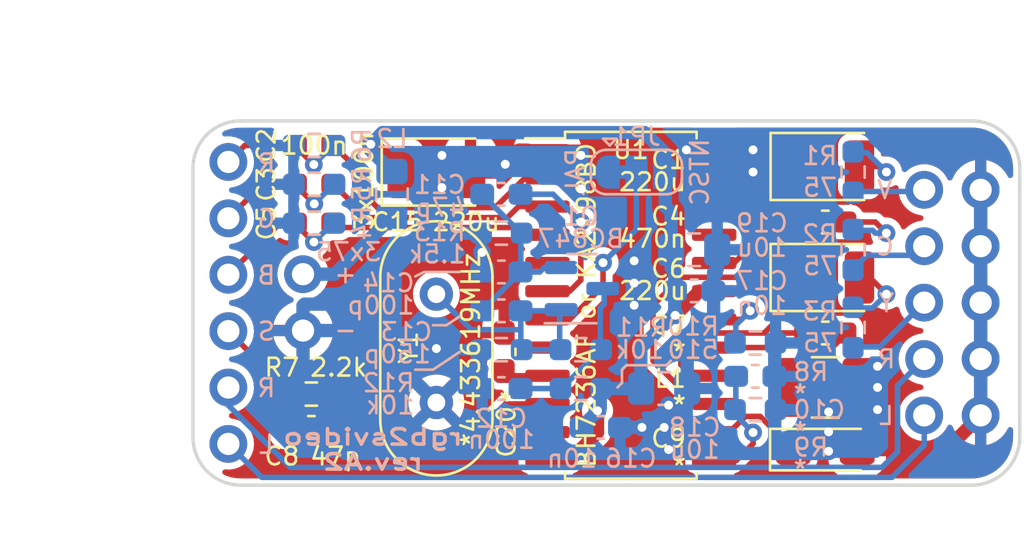
<source format=kicad_pcb>
(kicad_pcb (version 20211014) (generator pcbnew)
  (title_block (title "RGB to SVideo converter") (date "2022-12-04") (rev "A2"))
  (layers (0 "F.Cu" signal) (31 "B.Cu" signal) (34 "B.Paste" user) (35 "F.Paste" user) (36 "B.SilkS" user "B.Silkscreen") (37 "F.SilkS" user "F.Silkscreen") (38 "B.Mask" user) (39 "F.Mask" user) (44 "Edge.Cuts" user))
  (net 0 "")
  (net 1 "R_IN")
  (net 2 "G_IN")
  (net 3 "B_IN")
  (net 4 "CSYNC_IN")
  (net 5 "Y_OUT")
  (net 6 "Net-(C5-Pad1)")
  (net 7 "GND")
  (net 8 "Audio_L")
  (net 9 "Audio_R")
  (net 10 "+5V")
  (net 11 "Net-(C1-Pad2)")
  (net 12 "Net-(C1-Pad1)")
  (net 13 "Net-(C2-Pad1)")
  (net 14 "Net-(C3-Pad1)")
  (net 15 "Net-(C4-Pad1)")
  (net 16 "Net-(C9-Pad1)")
  (net 17 "Net-(C10-Pad1)")
  (net 18 "Net-(C11-Pad1)")
  (net 19 "C_OUT")
  (net 20 "V_OUT")
  (net 21 "Net-(JP1-Pad2)")
  (net 22 "Net-(C4-Pad2)")
  (net 23 "Net-(C6-Pad1)")
  (net 24 "Net-(C7-Pad1)")
  (net 25 "Net-(C8-Pad1)")
  (net 26 "Net-(C6-Pad2)")
  (net 27 "Net-(C7-Pad2)")
  (net 28 "Net-(C11-Pad2)")
  (net 29 "Net-(C12-Pad1)")
  (net 30 "Net-(C13-Pad2)")
  (net 31 "Net-(R8-Pad1)")
  (net 32 "Net-(J3-Pad1)")
  (net 33 "Net-(U1-Pad9)")
  (footprint "Connector_PinHeader_2.54mm:PinHeader_2x05_P2.54mm_Vertical" (layer "F.Cu") (at 166.7 95.3)
    (fp_text reference "J2" hide)
    (fp_text value "Conn_02x05_Odd_Even" hide)
  )
  (footprint "Connector_PinHeader_2.54mm:PinHeader_1x06_P2.54mm_Vertical" (layer "F.Cu") (at 135.39 94.045)
    (fp_text reference "J1" hide)
    (fp_text value "Conn_01x06_Odd_Even" hide)
  )
  (footprint "Connector_PinHeader_2.54mm:PinHeader_1x02_P2.54mm_Vertical" (layer "F.Cu") (at 138.75 99.1)
    (fp_text reference "J3" hide)
    (fp_text value "Conn_01x02_Odd_Even" hide)
  )
  (footprint "Capacitor_Tantalum_SMD:CP_EIA-3528-12_Kemet-T" (layer "F.Cu") (at 162.25 94.25)
    (fp_text reference "C1")
    (fp_text value "220u")
  )
  (footprint "Capacitor_SMD:C_0603_1608Metric_Pad1.08x0.95mm_HandSolder" (layer "F.Cu") (at 162.25 96.75)
    (fp_text reference "C4")
    (fp_text value "470n")
  )
  (footprint "Capacitor_SMD:C_0603_1608Metric_Pad1.08x0.95mm_HandSolder" (layer "F.Cu") (at 139.125 106 180)
    (fp_text reference "C8")
    (fp_text value "47p")
  )
  (footprint "Capacitor_Tantalum_SMD:CP_EIA-3216-18_Kemet-A_Pad1.58x1.35mm_HandSolder" (layer "F.Cu") (at 162.25 107)
    (fp_text reference "C9")
    (fp_text value "*")
  )
  (footprint "Inductor_SMD:L_1210_3225Metric_Pad1.42x2.65mm_HandSolder" (layer "F.Cu") (at 162.25 104.2)
    (fp_text reference "L1")
    (fp_text value "*")
  )
  (footprint "Resistor_SMD:R_0603_1608Metric_Pad0.98x0.95mm_HandSolder" (layer "F.Cu") (at 139.125 104.5 180)
    (fp_text reference "R7")
    (fp_text value "2.2k")
  )
  (footprint "Capacitor_Tantalum_SMD:CP_EIA-3528-12_Kemet-T" (layer "F.Cu") (at 162.25 99.25)
    (fp_text reference "C6")
    (fp_text value "220u")
  )
  (footprint "my:SOP-24_5.0x15.4mm_P1.27mm" (layer "F.Cu") (at 153.5 100.5)
    (fp_text reference "U1")
    (fp_text value "BH7236AF or KA2198BD")
  )
  (footprint "Crystal:Crystal_HC49-4H_Vertical" (layer "F.Cu") (at 144.75 100 -90)
    (fp_text reference "Y1")
    (fp_text value "4.433619MHz")
  )
  (footprint "Capacitor_Tantalum_SMD:CP_EIA-3528-12_Kemet-T" (layer "F.Cu") (at 144.75 94.5)
    (fp_text reference "C15")
    (fp_text value "220u")
  )
  (footprint "Capacitor_SMD:C_0603_1608Metric_Pad1.08x0.95mm_HandSolder" (layer "F.Cu") (at 162.25 101.75 180)
    (fp_text reference "C7")
    (fp_text value "*")
  )
  (footprint "Capacitor_SMD:C_0603_1608Metric_Pad1.08x0.95mm_HandSolder" (layer "F.Cu") (at 139.25 93.3025 180)
    (fp_text reference "C2")
    (fp_text value "100n")
  )
  (footprint "Capacitor_SMD:C_0603_1608Metric_Pad1.08x0.95mm_HandSolder" (layer "F.Cu") (at 139.25 95.0525 180)
    (fp_text reference "C3")
    (fp_text value "100n")
  )
  (footprint "Capacitor_SMD:C_0603_1608Metric_Pad1.08x0.95mm_HandSolder" (layer "F.Cu") (at 139.25 96.8025 180)
    (fp_text reference "C5")
    (fp_text value "100n")
  )
  (footprint "Capacitor_SMD:C_0603_1608Metric_Pad1.08x0.95mm_HandSolder" (layer "F.Cu") (at 147.8 102.6 -90)
    (fp_text reference "C20")
    (fp_text value "*")
  )
  (footprint "Jumper:SolderJumper-3_P1.3mm_Bridged12_RoundedPad1.0x1.5mm" (layer "B.Cu") (at 153.75 94.5)
    (fp_text reference "JP1")
    (fp_text value "Jumper_3_Bridged12" hide)
  )
  (footprint "Resistor_SMD:R_0603_1608Metric_Pad0.98x0.95mm_HandSolder" (layer "B.Cu") (at 163.5 94.5 90)
    (fp_text reference "R1")
    (fp_text value "75")
  )
  (footprint "Resistor_SMD:R_0603_1608Metric_Pad0.98x0.95mm_HandSolder" (layer "B.Cu") (at 163.5 98 90)
    (fp_text reference "R2")
    (fp_text value "75")
  )
  (footprint "Resistor_SMD:R_0603_1608Metric_Pad0.98x0.95mm_HandSolder" (layer "B.Cu") (at 163.5 101.5 90)
    (fp_text reference "R3")
    (fp_text value "75")
  )
  (footprint "Resistor_SMD:R_0603_1608Metric_Pad0.98x0.95mm_HandSolder" (layer "B.Cu") (at 139.25 96.8025 180)
    (fp_text reference "R4")
    (fp_text value "75")
  )
  (footprint "Resistor_SMD:R_0603_1608Metric_Pad0.98x0.95mm_HandSolder" (layer "B.Cu") (at 139.25 95.0525 180)
    (fp_text reference "R5")
    (fp_text value "75")
  )
  (footprint "Resistor_SMD:R_0603_1608Metric_Pad0.98x0.95mm_HandSolder" (layer "B.Cu") (at 139.25 93.3025 180)
    (fp_text reference "R6")
    (fp_text value "75")
  )
  (footprint "Package_TO_SOT_SMD:SOT-23" (layer "B.Cu") (at 151.3 99.75)
    (fp_text reference "Q1")
    (fp_text value "BC847")
  )
  (footprint "Capacitor_SMD:C_0603_1608Metric_Pad1.08x0.95mm_HandSolder" (layer "B.Cu") (at 147.675 99 180)
    (fp_text reference "C14")
    (fp_text value "100p")
  )
  (footprint "Resistor_SMD:R_0603_1608Metric_Pad0.98x0.95mm_HandSolder" (layer "B.Cu") (at 151.25 104.25 180)
    (fp_text reference "R10")
    (fp_text value "510")
  )
  (footprint "Resistor_SMD:R_0603_1608Metric_Pad0.98x0.95mm_HandSolder" (layer "B.Cu") (at 151.25 102.5 180)
    (fp_text reference "R11")
    (fp_text value "10k")
  )
  (footprint "Resistor_SMD:R_0603_1608Metric_Pad0.98x0.95mm_HandSolder" (layer "B.Cu") (at 147.675 102.5 180)
    (fp_text reference "R12")
    (fp_text value "10k")
  )
  (footprint "Resistor_SMD:R_0603_1608Metric_Pad0.98x0.95mm_HandSolder" (layer "B.Cu") (at 147.675 97.25 180)
    (fp_text reference "R13")
    (fp_text value "1.5k")
  )
  (footprint "Capacitor_SMD:C_0603_1608Metric_Pad1.08x0.95mm_HandSolder" (layer "B.Cu") (at 147.675 95.5 180)
    (fp_text reference "C11")
    (fp_text value "47p")
  )
  (footprint "Capacitor_SMD:C_0603_1608Metric_Pad1.08x0.95mm_HandSolder" (layer "B.Cu") (at 147.675 104.25 180)
    (fp_text reference "C12")
    (fp_text value "100n")
  )
  (footprint "Capacitor_SMD:C_0603_1608Metric_Pad1.08x0.95mm_HandSolder" (layer "B.Cu") (at 147.675 100.75)
    (fp_text reference "C13")
    (fp_text value "150p")
  )
  (footprint "Capacitor_SMD:C_0603_1608Metric_Pad1.08x0.95mm_HandSolder" (layer "B.Cu") (at 156.35 99.85)
    (fp_text reference "C17")
    (fp_text value "10n")
  )
  (footprint "Capacitor_SMD:C_0603_1608Metric_Pad1.08x0.95mm_HandSolder" (layer "B.Cu") (at 159.1 103.7)
    (fp_text reference "C10")
    (fp_text value "*")
  )
  (footprint "Resistor_SMD:R_0603_1608Metric_Pad0.98x0.95mm_HandSolder" (layer "B.Cu") (at 159.1 102.2)
    (fp_text reference "R8")
    (fp_text value "*")
  )
  (footprint "Resistor_SMD:R_0603_1608Metric_Pad0.98x0.95mm_HandSolder" (layer "B.Cu") (at 159.1 105.2)
    (fp_text reference "R9")
    (fp_text value "*")
  )
  (footprint "Capacitor_SMD:C_0805_2012Metric_Pad1.18x1.45mm_HandSolder" (layer "B.Cu") (at 156.35 98)
    (fp_text reference "C19")
    (fp_text value "10u")
  )
  (footprint "Capacitor_SMD:C_0805_2012Metric_Pad1.18x1.45mm_HandSolder" (layer "B.Cu") (at 155 104.25)
    (fp_text reference "C18")
    (fp_text value "10u")
  )
  (footprint "Capacitor_SMD:C_0603_1608Metric_Pad1.08x0.95mm_HandSolder" (layer "B.Cu") (at 152.15 106)
    (fp_text reference "C16")
    (fp_text value "10n")
  )
  (footprint "Inductor_SMD:L_0805_2012Metric_Pad1.15x1.40mm_HandSolder" (layer "B.Cu") (at 142.75 95.5 90)
    (fp_text reference "L2")
    (fp_text value "BLM21AG601SN")
  )
  (gr_line (start 144.6 101.4) (end 145.2 101.4) (layer "B.SilkS") (width 0.12))
  (gr_line (start 143.8 99.2) (end 144.2 99) (layer "B.SilkS") (width 0.12))
  (gr_line (start 155.1 103.2) (end 155.3 103) (layer "B.SilkS") (width 0.12))
  (gr_line (start 153.3 103.2) (end 155.1 103.2) (layer "B.SilkS") (width 0.12))
  (gr_line (start 153.1 103.4) (end 153.3 103.2) (layer "B.SilkS") (width 0.12))
  (gr_line (start 145.2 101.4) (end 145.8 101) (layer "B.SilkS") (width 0.12))
  (gr_line (start 144.2 99) (end 145.8 99) (layer "B.SilkS") (width 0.12))
  (gr_line (start 144.6 103.4) (end 145.8 102.6) (layer "B.SilkS") (width 0.12))
  (gr_line (start 143.8 103.4) (end 144.6 103.4) (layer "B.SilkS") (width 0.12))
  (gr_line (start 153.1 104) (end 152.9 104.2) (layer "B.SilkS") (width 0.12))
  (gr_line (start 153.1 103.4) (end 153.1 104) (layer "B.SilkS") (width 0.12))
  (gr_line (start 133.8 106.5) (end 133.8 94.25) (layer "Edge.Cuts") (width 0.15))
  (gr_arc (start 171 106.5) (mid 170.309924 108.01599) (end 168.75 108.6) (layer "Edge.Cuts") (width 0.15))
  (gr_arc (start 133.799999 94.249999) (mid 134.475431 92.769364) (end 136 92.2) (layer "Edge.Cuts") (width 0.15))
  (gr_line (start 168.75 108.6) (end 136 108.6) (layer "Edge.Cuts") (width 0.15))
  (gr_line (start 168.75 92.2) (end 136 92.2) (layer "Edge.Cuts") (width 0.15))
  (gr_arc (start 135.999998 108.600002) (mid 134.465075 108.005635) (end 133.8 106.5) (layer "Edge.Cuts") (width 0.15))
  (gr_line (start 171 94.25) (end 171 106.5) (layer "Edge.Cuts") (width 0.15))
  (gr_arc (start 168.75 92.2) (mid 170.299569 92.75901) (end 171 94.25) (layer "Edge.Cuts") (width 0.15))
  (gr_text "rgb2svideo\nrev.${REVISION}" (at 141.9 107) (layer "B.SilkS") (effects (font (size 0.7 1) (thickness 0.16)) (justify mirror)))
  (segment (start 138.375 93.3025) (end 136.1325 93.3025) (width 0.25) (layer "F.Cu") (net 1))
  (segment (start 139.235 94.1625) (end 138.375 93.3025) (width 0.25) (layer "F.Cu") (net 1))
  (segment (start 136.1325 93.3025) (end 135.39 94.045) (width 0.25) (layer "F.Cu") (net 1))
  (via (at 139.235 94.1625) (size 0.8) (drill 0.4) (layers "F.Cu" "B.Cu") (net 1))
  (segment (start 139.235 94.1625) (end 140.095 93.3025) (width 0.25) (layer "B.Cu") (net 1))
  (segment (start 140.095 93.3025) (end 140.125 93.3025) (width 0.25) (layer "B.Cu") (net 1))
  (segment (start 139.255 95.9325) (end 138.375 95.0525) (width 0.25) (layer "F.Cu") (net 2))
  (segment (start 138.375 95.0525) (end 136.9225 95.0525) (width 0.25) (layer "F.Cu") (net 2))
  (segment (start 136.9225 95.0525) (end 135.39 96.585) (width 0.25) (layer "F.Cu") (net 2))
  (via (at 139.255 95.9325) (size 0.8) (drill 0.4) (layers "F.Cu" "B.Cu") (net 2))
  (segment (start 140.125 95.0625) (end 140.125 95.0525) (width 0.25) (layer "B.Cu") (net 2))
  (segment (start 139.255 95.9325) (end 140.125 95.0625) (width 0.25) (layer "B.Cu") (net 2))
  (segment (start 139.224225 97.651725) (end 138.375 96.8025) (width 0.25) (layer "F.Cu") (net 3))
  (segment (start 137.7125 96.8025) (end 135.39 99.125) (width 0.25) (layer "F.Cu") (net 3))
  (segment (start 138.375 96.8025) (end 137.7125 96.8025) (width 0.25) (layer "F.Cu") (net 3))
  (segment (start 139.241219 97.651725) (end 139.224225 97.651725) (width 0.25) (layer "F.Cu") (net 3))
  (via (at 139.241219 97.651725) (size 0.8) (drill 0.4) (layers "F.Cu" "B.Cu") (net 3))
  (segment (start 139.241219 97.65157) (end 139.241219 97.651725) (width 0.25) (layer "B.Cu") (net 3))
  (segment (start 140.090289 96.8025) (end 139.241219 97.65157) (width 0.25) (layer "B.Cu") (net 3))
  (segment (start 135.39 101.665) (end 138.225 104.5) (width 0.25) (layer "F.Cu") (net 4))
  (segment (start 164.705 102.375) (end 163.5 102.375) (width 0.25) (layer "B.Cu") (net 5))
  (segment (start 164.705 102.375) (end 166.7 100.38) (width 0.25) (layer "B.Cu") (net 5))
  (segment (start 148.6625 97.325) (end 148.3375 97) (width 0.25) (layer "F.Cu") (net 6))
  (segment (start 140.3225 97) (end 140.125 96.8025) (width 0.25) (layer "F.Cu") (net 6))
  (segment (start 149.75 97.325) (end 148.6625 97.325) (width 0.25) (layer "F.Cu") (net 6))
  (segment (start 148.3375 97) (end 140.3225 97) (width 0.25) (layer "F.Cu") (net 6))
  (segment (start 145.184303 94.5) (end 145 94.315697) (width 0.6) (layer "F.Cu") (net 7))
  (segment (start 169.24 95.3) (end 169.24 105.46) (width 0.6) (layer "F.Cu") (net 7))
  (segment (start 148.485 93.515) (end 148.85 93.515) (width 0.6) (layer "F.Cu") (net 7))
  (segment (start 164.6 104.2) (end 164.6 105.2) (width 0.6) (layer "F.Cu") (net 7))
  (segment (start 156.015 93.515) (end 156 93.5) (width 0.25) (layer "F.Cu") (net 7))
  (segment (start 138.75 103) (end 138.75 101.64) (width 0.25) (layer "F.Cu") (net 7))
  (segment (start 139.14999 105.10001) (end 139.14999 103.39999) (width 0.25) (layer "F.Cu") (net 7))
  (segment (start 146.2875 94.5) (end 147.5 94.5) (width 0.6) (layer "F.Cu") (net 7))
  (segment (start 151.5 93.5) (end 156 93.5) (width 0.25) (layer "F.Cu") (net 7))
  (segment (start 151.25 93.75) (end 151.25 95.241016) (width 0.25) (layer "F.Cu") (net 7))
  (segment (start 167.7 107) (end 163.6875 107) (width 0.6) (layer "F.Cu") (net 7))
  (segment (start 157.25 93.515) (end 158.985 93.515) (width 0.25) (layer "F.Cu") (net 7))
  (segment (start 151.015 93.515) (end 151.25 93.75) (width 0.25) (layer "F.Cu") (net 7))
  (segment (start 145 94.315697) (end 145 93.750012) (width 0.6) (layer "F.Cu") (net 7))
  (segment (start 145.1 94.5) (end 145 94.6) (width 0.6) (layer "F.Cu") (net 7))
  (segment (start 145.3 94.5) (end 145.1 94.5) (width 0.6) (layer "F.Cu") (net 7))
  (segment (start 157.25 93.515) (end 156.015 93.515) (width 0.25) (layer "F.Cu") (net 7))
  (segment (start 163.7875 105.5375) (end 163.7875 106.75) (width 0.25) (layer "F.Cu") (net 7))
  (segment (start 145.3 94.5) (end 145.184303 94.5) (width 0.6) (layer "F.Cu") (net 7))
  (segment (start 155 105.2) (end 155.2 105) (width 0.25) (layer "F.Cu") (net 7))
  (segment (start 147.5 94.5) (end 148.485 93.515) (width 0.6) (layer "F.Cu") (net 7))
  (segment (start 138.25 106) (end 139.14999 105.10001) (width 0.25) (layer "F.Cu") (net 7))
  (segment (start 163.125 104.875) (end 163.7875 105.5375) (width 0.25) (layer "F.Cu") (net 7))
  (segment (start 154 106) (end 155 106) (width 0.25) (layer "F.Cu") (net 7))
  (segment (start 151.25 95.241016) (end 151.27138 95.262396) (width 0.25) (layer "F.Cu") (net 7))
  (segment (start 139.14999 103.39999) (end 138.75 103) (width 0.25) (layer "F.Cu") (net 7))
  (segment (start 163.7875 106.75) (end 162.72499 106.75) (width 0.6) (layer "F.Cu") (net 7))
  (segment (start 169.24 105.46) (end 167.7 107) (width 0.6) (layer "F.Cu") (net 7))
  (segment (start 151.25 93.75) (end 151.5 93.5) (width 0.25) (layer "F.Cu") (net 7))
  (segment (start 163.125 104.2) (end 163.125 104.875) (width 0.25) (layer "F.Cu") (net 7))
  (segment (start 155 106) (end 155 105.2) (width 0.25) (layer "F.Cu") (net 7))
  (segment (start 158.985 93.515) (end 159 93.5) (width 0.25) (layer "F.Cu") (net 7))
  (segment (start 162.72499 106.75) (end 162.4 107.07499) (width 0.6) (layer "F.Cu") (net 7))
  (segment (start 162.4 106.2) (end 162.4 107.07499) (width 0.6) (layer "F.Cu") (net 7))
  (segment (start 162.4 106.2) (end 162.4 105.3) (width 0.6) (layer "F.Cu") (net 7))
  (segment (start 164.6 104.2) (end 164.6 103.25) (width 0.6) (layer "F.Cu") (net 7))
  (segment (start 146.2875 94.5) (end 145.3 94.5) (width 0.6) (layer "F.Cu") (net 7))
  (segment (start 145 94.6) (end 145 95.2) (width 0.6) (layer "F.Cu") (net 7))
  (segment (start 148.85 93.515) (end 151.015 93.515) (width 0.25) (layer "F.Cu") (net 7))
  (via (at 146.8 98.12) (size 0.8) (drill 0.4) (layers "F.Cu" "B.Cu") (net 7))
  (via (at 162.4 107.07499) (size 0.8) (drill 0.4) (layers "F.Cu" "B.Cu") (net 7))
  (via (at 159 94.5) (size 0.8) (drill 0.4) (layers "F.Cu" "B.Cu") (net 7))
  (via (at 155 106) (size 0.8) (drill 0.4) (layers "F.Cu" "B.Cu") (net 7))
  (via (at 162.4 105.3) (size 0.8) (drill 0.4) (layers "F.Cu" "B.Cu") (net 7))
  (via (at 151.27138 95.262396) (size 0.8) (drill 0.4) (layers "F.Cu" "B.Cu") (net 7))
  (via (at 164.6 103.25) (size 0.8) (drill 0.4) (layers "F.Cu" "B.Cu") (net 7))
  (via (at 153.65 98.5) (size 0.8) (drill 0.4) (layers "F.Cu" "B.Cu") (net 7))
  (via (at 145 93.750012) (size 0.8) (drill 0.4) (layers "F.Cu" "B.Cu") (net 7))
  (via (at 145 95.2) (size 0.8) (drill 0.4) (layers "F.Cu" "B.Cu") (net 7))
  (via (at 162.4 106.2) (size 0.8) (drill 0.4) (layers "F.Cu" "B.Cu") (net 7))
  (via (at 164.6 105.2) (size 0.8) (drill 0.4) (layers "F.Cu" "B.Cu") (net 7))
  (via (at 151.25 93.75) (size 0.8) (drill 0.4) (layers "F.Cu" "B.Cu") (net 7))
  (via (at 153.65 100.5) (size 0.8) (drill 0.4) (layers "F.Cu" "B.Cu") (net 7))
  (via (at 159 93.5) (size 0.8) (drill 0.4) (layers "F.Cu" "B.Cu") (net 7))
  (via (at 154 106) (size 0.8) (drill 0.4) (layers "F.Cu" "B.Cu") (net 7))
  (via (at 164.6 104.2) (size 0.8) (drill 0.4) (layers "F.Cu" "B.Cu") (net 7))
  (via (at 147.85 94.15) (size 0.8) (drill 0.4) (layers "F.Cu" "B.Cu") (net 7))
  (via (at 144.75 102.45) (size 0.8) (drill 0.4) (layers "F.Cu" "B.Cu") (net 7))
  (via (at 153.65 99.5) (size 0.8) (drill 0.4) (layers "F.Cu" "B.Cu") (net 7))
  (via (at 155.2 105) (size 0.8) (drill 0.4) (layers "F.Cu" "B.Cu") (net 7))
  (via (at 155.2 107) (size 0.8) (drill 0.4) (layers "F.Cu" "B.Cu") (net 7))
  (via (at 156 93.5) (size 0.8) (drill 0.4) (layers "F.Cu" "B.Cu") (net 7))
  (segment (start 159.975 107.125) (end 159.92502 107.17498) (width 0.6) (layer "B.Cu") (net 7))
  (segment (start 169.24 95.3) (end 169.24 105.46) (width 0.6) (layer "B.Cu") (net 7))
  (segment (start 155.02502 107.17498) (end 155.2 107) (width 0.25) (layer "B.Cu") (net 7))
  (segment (start 145 95.2) (end 145 96.75) (width 0.6) (layer "B.Cu") (net 7))
  (segment (start 155.02502 107.17498) (end 140.67498 107.17498) (width 0.6) (layer "B.Cu") (net 7))
  (segment (start 137.39 101.64) (end 138.75 101.64) (width 0.25) (layer "B.Cu") (net 7))
  (segment (start 157.225 101.066103) (end 156.0375 102.253603) (width 0.6) (layer "B.Cu") (net 7))
  (segment (start 138.75 101.64) (end 141.51 101.64) (width 0.6) (layer "B.Cu") (net 7))
  (segment (start 152.45 94.5) (end 151.5 94.5) (width 0.6) (layer "B.Cu") (net 7))
  (segment (start 144.75 104.88) (end 141.51 101.64) (width 0.6) (layer "B.Cu") (net 7))
  (segment (start 156.0375 102.253603) (end 156.0375 104.25) (width 0.6) (layer "B.Cu") (net 7))
  (segment (start 159.975 103.7) (end 159.975 105.2) (width 0.6) (layer "B.Cu") (net 7))
  (segment (start 162.4 105.3) (end 162.4 106.2) (width 0.6) (layer "B.Cu") (net 7))
  (segment (start 157.225 99.025) (end 157.225 99.85) (width 0.6) (layer "B.Cu") (net 7))
  (segment (start 146.8 103.375) (end 146.8 104.25) (width 0.25) (layer "B.Cu") (net 7))
  (segment (start 138.75 101.64) (end 138.75 105.25) (width 0.6) (layer "B.Cu") (net 7))
  (segment (start 145 96.75) (end 144.5 97.25) (width 0.6) (layer "B.Cu") (net 7))
  (segment (start 138.75 100.52) (end 138.820489 100.449511) (width 0.6) (layer "B.Cu") (net 7))
  (segment (start 138.75 105.25) (end 140.67498 107.17498) (width 0.6) (layer "B.Cu") (net 7))
  (segment (start 162.07502 107.17498) (end 159.92502 107.17498) (width 0.6) (layer "B.Cu") (net 7))
  (segment (start 146.8 97.25) (end 144.5 97.25) (width 0.6) (layer "B.Cu") (net 7))
  (segment (start 157.225 99.85) (end 157.225 101.066103) (width 0.6) (layer "B.Cu") (net 7))
  (segment (start 155.67502 107.17498) (end 155.67502 105.32498) (width 0.6) (layer "B.Cu") (net 7))
  (segment (start 138.375 96.8025) (end 137 96.8025) (width 0.25) (layer "B.Cu") (net 7))
  (segment (start 156.0375 104.9625) (end 155.67502 105.32498) (width 0.6) (layer "B.Cu") (net 7))
  (segment (start 138.75 101.64) (end 138.75 100.52) (width 0.6) (layer "B.Cu") (net 7))
  (segment (start 138.375 95.0525) (end 137 95.0525) (width 0.25) (layer "B.Cu") (net 7))
  (segment (start 146.8 102.5) (end 146.8 103.375) (width 0.25) (layer "B.Cu") (net 7))
  (segment (start 145 95.2) (end 145 93.750012) (width 0.6) (layer "B.Cu") (net 7))
  (segment (start 141.300489 100.449511) (end 141.51 100.24) (width 0.6) (layer "B.Cu") (net 7))
  (segment (start 157.3875 98) (end 157.3875 98.8625) (width 0.6) (layer "B.Cu") (net 7))
  (segment (start 157.3875 98.8625) (end 157.225 99.025) (width 0.6) (layer "B.Cu") (net 7))
  (segment (start 141.51 100.24) (end 141.51 101.64) (width 0.6) (layer "B.Cu") (net 7))
  (segment (start 159.92502 107.17498) (end 155.67502 107.17498) (width 0.6) (layer "B.Cu") (net 7))
  (segment (start 146.8 97.25) (end 146.8 99) (width 0.25) (layer "B.Cu") (net 7))
  (segment (start 155 106) (end 155 106.8) (width 0.25) (layer "B.Cu") (net 7))
  (segment (start 162.4 107.07499) (end 162.4 106.2) (width 0.6) (layer "B.Cu") (net 7))
  (segment (start 155 106.8) (end 155.2 107) (width 0.25) (layer "B.Cu") (net 7))
  (segment (start 138.820489 100.449511) (end 141.300489 100.449511) (width 0.6) (layer "B.Cu") (net 7))
  (segment (start 153.025 106) (end 154 106) (width 0.6) (layer "B.Cu") (net 7))
  (segment (start 156.0375 104.25) (end 156.0375 104.9625) (width 0.6) (layer "B.Cu") (net 7))
  (segment (start 137 101.25) (end 137.39 101.64) (width 0.25) (layer "B.Cu") (net 7))
  (segment (start 144.75 104.88) (end 146.255 103.375) (width 0.6) (layer "B.Cu") (net 7))
  (segment (start 144.5 97.25) (end 141.51 100.24) (width 0.6) (layer "B.Cu") (net 7))
  (segment (start 146.255 103.375) (end 146.8 103.375) (width 0.6) (layer "B.Cu") (net 7))
  (segment (start 159.975 105.2) (end 159.975 107.125) (width 0.6) (layer "B.Cu") (net 7))
  (segment (start 137 101.25) (end 137 93.3025) (width 0.25) (layer "B.Cu") (net 7))
  (segment (start 155.67502 107.17498) (end 155.02502 107.17498) (width 0.6) (layer "B.Cu") (net 7))
  (segment (start 159.975 102.2) (end 159.975 103.7) (width 0.6) (layer "B.Cu") (net 7))
  (segment (start 138.375 93.3025) (end 137 93.3025) (width 0.25) (layer "B.Cu") (net 7))
  (segment (start 135.39 106.745) (end 136.895 108.25) (width 0.25) (layer "B.Cu") (net 8))
  (segment (start 136.895 108.25) (end 165.25 108.25) (width 0.25) (layer "B.Cu") (net 8))
  (segment (start 165.25 108.25) (end 166.7 106.8) (width 0.25) (layer "B.Cu") (net 8))
  (segment (start 166.7 106.8) (end 166.7 105.46) (width 0.25) (layer "B.Cu") (net 8))
  (segment (start 135.39 105.005998) (end 135.39 104.205) (width 0.25) (layer "B.Cu") (net 9))
  (segment (start 138.183992 107.79999) (end 135.39 105.005998) (width 0.25) (layer "B.Cu") (net 9))
  (segment (start 166.7 102.92) (end 165.5 104.12) (width 0.25) (layer "B.Cu") (net 9))
  (segment (start 165.5 107.1) (end 164.80001 107.79999) (width 0.25) (layer "B.Cu") (net 9))
  (segment (start 165.5 104.12) (end 165.5 107.1) (width 0.25) (layer "B.Cu") (net 9))
  (segment (start 164.80001 107.79999) (end 138.183992 107.79999) (width 0.25) (layer "B.Cu") (net 9))
  (segment (start 152 105.25) (end 152 106.235) (width 0.6) (layer "F.Cu") (net 10))
  (segment (start 143.2125 94.5) (end 141.962496 93.249996) (width 0.6) (layer "F.Cu") (net 10))
  (segment (start 152 106.235) (end 150.75 107.485) (width 0.6) (layer "F.Cu") (net 10))
  (segment (start 155.5 100.950999) (end 156.585999 99.865) (width 0.6) (layer "F.Cu") (net 10))
  (segment (start 156.585999 99.865) (end 157.25 99.865) (width 0.6) (layer "F.Cu") (net 10))
  (segment (start 141.962496 93.249996) (end 141.8 93.249996) (width 0.6) (layer "F.Cu") (net 10))
  (segment (start 150.75 107.485) (end 149.75 107.485) (width 0.6) (layer "F.Cu") (net 10))
  (via (at 141.8 93.249996) (size 0.8) (drill 0.4) (layers "F.Cu" "B.Cu") (net 10))
  (via (at 152 105.25) (size 0.8) (drill 0.4) (layers "F.Cu" "B.Cu") (net 10))
  (via (at 155.5 100.950999) (size 0.8) (drill 0.4) (layers "F.Cu" "B.Cu") (net 10))
  (segment (start 152.125 105.125) (end 152 105.25) (width 0.6) (layer "B.Cu") (net 10))
  (segment (start 152 105.25) (end 152 105.275) (width 0.6) (layer "B.Cu") (net 10))
  (segment (start 153.95 102.413059) (end 155.41206 100.950999) (width 0.6) (layer "B.Cu") (net 10))
  (segment (start 155.41206 100.950999) (end 155.5 100.950999) (width 0.6) (layer "B.Cu") (net 10))
  (segment (start 153.95 104.25) (end 152.125 104.25) (width 0.6) (layer "B.Cu") (net 10))
  (segment (start 155.05 96.05) (end 155.3125 96.3125) (width 0.6) (layer "B.Cu") (net 10))
  (segment (start 155.475 100.925999) (end 155.5 100.950999) (width 0.6) (layer "B.Cu") (net 10))
  (segment (start 142.324986 92.72501) (end 142.199999 92.849997) (width 0.6) (layer "B.Cu") (net 10))
  (segment (start 141.8 93.525) (end 142.75 94.475) (width 0.6) (layer "B.Cu") (net 10))
  (segment (start 155.05 93.652408) (end 154.122602 92.72501) (width 0.6) (layer "B.Cu") (net 10))
  (segment (start 155.05 94.5) (end 155.05 93.652408) (width 0.6) (layer "B.Cu") (net 10))
  (segment (start 155.05 94.5) (end 155.05 96.05) (width 0.6) (layer "B.Cu") (net 10))
  (segment (start 155.475 99.85) (end 155.475 100.925999) (width 0.6) (layer "B.Cu") (net 10))
  (segment (start 152 105.275) (end 151.275 106) (width 0.6) (layer "B.Cu") (net 10))
  (segment (start 155.475 98.975) (end 155.475 99.85) (width 0.6) (layer "B.Cu") (net 10))
  (segment (start 153.95 104.45) (end 153.95 102.413059) (width 0.6) (layer "B.Cu") (net 10))
  (segment (start 142.199999 92.849997) (end 141.8 93.249996) (width 0.6) (layer "B.Cu") (net 10))
  (segment (start 155.3125 98.8125) (end 155.475 98.975) (width 0.6) (layer "B.Cu") (net 10))
  (segment (start 154.122602 92.72501) (end 142.324986 92.72501) (width 0.6) (layer "B.Cu") (net 10))
  (segment (start 155.3125 98) (end 155.3125 98.8125) (width 0.6) (layer "B.Cu") (net 10))
  (segment (start 155.3125 96.3125) (end 155.3125 98) (width 0.6) (layer "B.Cu") (net 10))
  (segment (start 152.125 104.25) (end 152.125 105.125) (width 0.6) (layer "B.Cu") (net 10))
  (segment (start 141.8 93.249996) (end 141.8 93.525) (width 0.6) (layer "B.Cu") (net 10))
  (segment (start 164.75 94.25) (end 165 94.5) (width 0.25) (layer "F.Cu") (net 11))
  (segment (start 163.7875 94.25) (end 164.75 94.25) (width 0.25) (layer "F.Cu") (net 11))
  (via (at 165 94.5) (size 0.8) (drill 0.4) (layers "F.Cu" "B.Cu") (net 11))
  (segment (start 163.5 93.625) (end 164.125 93.625) (width 0.25) (layer "B.Cu") (net 11))
  (segment (start 164.125 93.625) (end 165 94.5) (width 0.25) (layer "B.Cu") (net 11))
  (segment (start 159.25 95.7125) (end 160.7125 94.25) (width 0.25) (layer "F.Cu") (net 12))
  (segment (start 158.15 98.595) (end 159.25 97.495) (width 0.25) (layer "F.Cu") (net 12))
  (segment (start 157.25 98.595) (end 158.15 98.595) (width 0.25) (layer "F.Cu") (net 12))
  (segment (start 159.25 97.495) (end 159.25 95.7125) (width 0.25) (layer "F.Cu") (net 12))
  (segment (start 147.399021 96.100979) (end 148.715 94.785) (width 0.25) (layer "F.Cu") (net 13))
  (segment (start 140.125 93.3025) (end 141.25 94.4275) (width 0.25) (layer "F.Cu") (net 13))
  (segment (start 141.25 95.25) (end 142.100978 96.100978) (width 0.25) (layer "F.Cu") (net 13))
  (segment (start 142.100978 96.100978) (end 147.399021 96.100979) (width 0.25) (layer "F.Cu") (net 13))
  (segment (start 148.715 94.785) (end 149.75 94.785) (width 0.25) (layer "F.Cu") (net 13))
  (segment (start 141.25 94.4275) (end 141.25 95.25) (width 0.25) (layer "F.Cu") (net 13))
  (segment (start 148.445 96.055) (end 147.949511 96.550489) (width 0.25) (layer "F.Cu") (net 14))
  (segment (start 149.75 96.055) (end 148.445 96.055) (width 0.25) (layer "F.Cu") (net 14))
  (segment (start 141.622989 96.550489) (end 140.125 95.0525) (width 0.25) (layer "F.Cu") (net 14))
  (segment (start 147.949511 96.550489) (end 141.622989 96.550489) (width 0.25) (layer "F.Cu") (net 14))
  (segment (start 155.75951 99.24049) (end 158.35951 99.24049) (width 0.25) (layer "F.Cu") (net 15))
  (segment (start 157.25 104.945) (end 156.445 104.945) (width 0.25) (layer "F.Cu") (net 15))
  (segment (start 156.445 104.945) (end 154.5 103) (width 0.25) (layer "F.Cu") (net 15))
  (segment (start 160.85 96.75) (end 161.3875 96.75) (width 0.25) (layer "F.Cu") (net 15))
  (segment (start 154.5 103) (end 154.5 100.5) (width 0.25) (layer "F.Cu") (net 15))
  (segment (start 158.35951 99.24049) (end 160.85 96.75) (width 0.25) (layer "F.Cu") (net 15))
  (segment (start 154.5 100.5) (end 155.75951 99.24049) (width 0.25) (layer "F.Cu") (net 15))
  (segment (start 158.652234 105.503373) (end 157.940607 106.215) (width 0.25) (layer "F.Cu") (net 16))
  (segment (start 159.315873 105.503373) (end 158.652234 105.503373) (width 0.25) (layer "F.Cu") (net 16))
  (segment (start 157.940607 106.215) (end 157.25 106.215) (width 0.25) (layer "F.Cu") (net 16))
  (segment (start 160.8125 107) (end 159.315873 105.503373) (width 0.25) (layer "F.Cu") (net 16))
  (segment (start 159 106.735) (end 159 106.227884) (width 0.25) (layer "F.Cu") (net 17))
  (segment (start 157.25 107.485) (end 158.25 107.485) (width 0.25) (layer "F.Cu") (net 17))
  (segment (start 158.25 107.485) (end 159 106.735) (width 0.25) (layer "F.Cu") (net 17))
  (via (at 159 106.227884) (size 0.8) (drill 0.4) (layers "F.Cu" "B.Cu") (net 17))
  (segment (start 158.225 105.2) (end 158.225 105.452884) (width 0.25) (layer "B.Cu") (net 17))
  (segment (start 158.225 105.452884) (end 159 106.227884) (width 0.25) (layer "B.Cu") (net 17))
  (segment (start 158.225 103.7) (end 158.225 105.2) (width 0.25) (layer "B.Cu") (net 17))
  (segment (start 149.75 99.865) (end 150.75 99.865) (width 0.25) (layer "F.Cu") (net 18))
  (segment (start 150.75 99.865) (end 151.25 99.365) (width 0.25) (layer "F.Cu") (net 18))
  (segment (start 151.25 99.365) (end 151.25 96.75) (width 0.25) (layer "F.Cu") (net 18))
  (via (at 151.25 96.75) (size 0.8) (drill 0.4) (layers "F.Cu" "B.Cu") (net 18))
  (segment (start 151.25 96.75) (end 150 95.5) (width 0.25) (layer "B.Cu") (net 18))
  (segment (start 150 95.5) (end 148.55 95.5) (width 0.25) (layer "B.Cu") (net 18))
  (segment (start 166.29 98.25) (end 164.125 98.25) (width 0.25) (layer "B.Cu") (net 19))
  (segment (start 164.125 98.25) (end 163.5 98.875) (width 0.25) (layer "B.Cu") (net 19))
  (segment (start 166.7 97.84) (end 166.29 98.25) (width 0.25) (layer "B.Cu") (net 19))
  (segment (start 163.5 95.375) (end 166.625 95.375) (width 0.25) (layer "B.Cu") (net 20))
  (segment (start 166.625 95.375) (end 166.7 95.3) (width 0.25) (layer "B.Cu") (net 20))
  (segment (start 149.75 101.135) (end 150.75 101.135) (width 0.25) (layer "F.Cu") (net 21))
  (segment (start 152.25 99.635) (end 152.25 98.582052) (width 0.25) (layer "F.Cu") (net 21))
  (segment (start 150.75 101.135) (end 152.25 99.635) (width 0.25) (layer "F.Cu") (net 21))
  (via (at 152.25 98.582052) (size 0.8) (drill 0.4) (layers "F.Cu" "B.Cu") (net 21))
  (segment (start 153.75 97.082052) (end 152.25 98.582052) (width 0.25) (layer "B.Cu") (net 21))
  (segment (start 153.75 94.5) (end 153.75 97.082052) (width 0.25) (layer "B.Cu") (net 21))
  (segment (start 163.1125 96.75) (end 164.5 96.75) (width 0.25) (layer "F.Cu") (net 22))
  (segment (start 164.5 96.75) (end 165 97.25) (width 0.25) (layer "F.Cu") (net 22))
  (via (at 165 97.25) (size 0.8) (drill 0.4) (layers "F.Cu" "B.Cu") (net 22))
  (segment (start 164.375 97.125) (end 164.5 97.25) (width 0.25) (layer "B.Cu") (net 22))
  (segment (start 164.5 97.25) (end 165 97.25) (width 0.25) (layer "B.Cu") (net 22))
  (segment (start 164.375 97.125) (end 163.5 97.125) (width 0.25) (layer "B.Cu") (net 22))
  (segment (start 160.7125 99.25) (end 160.7125 100.5375) (width 0.25) (layer "F.Cu") (net 23))
  (segment (start 156.244532 101.75) (end 155.75 102.244532) (width 0.25) (layer "F.Cu") (net 23))
  (segment (start 155.75 102.244532) (end 155.75 103.175) (width 0.25) (layer "F.Cu") (net 23))
  (segment (start 159.5 101.75) (end 156.244532 101.75) (width 0.25) (layer "F.Cu") (net 23))
  (segment (start 156.25 103.675) (end 157.25 103.675) (width 0.25) (layer "F.Cu") (net 23))
  (segment (start 160.7125 100.5375) (end 159.5 101.75) (width 0.25) (layer "F.Cu") (net 23))
  (segment (start 155.75 103.175) (end 156.25 103.675) (width 0.25) (layer "F.Cu") (net 23))
  (segment (start 163.125 101.8375) (end 160.7625 104.2) (width 0.25) (layer "F.Cu") (net 24))
  (segment (start 163.125 101.75) (end 163.125 101.8375) (width 0.25) (layer "F.Cu") (net 24))
  (segment (start 140.8 106.8) (end 140 106) (width 0.25) (layer "F.Cu") (net 25))
  (segment (start 146 106.8) (end 140.8 106.8) (width 0.25) (layer "F.Cu") (net 25))
  (segment (start 147.855 104.945) (end 149.75 104.945) (width 0.25) (layer "F.Cu") (net 25))
  (segment (start 140 104.5) (end 140 106) (width 0.25) (layer "F.Cu") (net 25))
  (segment (start 147.855 104.945) (end 146 106.8) (width 0.25) (layer "F.Cu") (net 25))
  (segment (start 163.7875 99.25) (end 164.25 99.25) (width 0.25) (layer "F.Cu") (net 26))
  (segment (start 164.25 99.25) (end 165 100) (width 0.25) (layer "F.Cu") (net 26))
  (via (at 165 100) (size 0.8) (drill 0.4) (layers "F.Cu" "B.Cu") (net 26))
  (segment (start 164.375 100.625) (end 165 100) (width 0.25) (layer "B.Cu") (net 26))
  (segment (start 164.375 100.625) (end 163.5 100.625) (width 0.25) (layer "B.Cu") (net 26))
  (segment (start 160.25 101.75) (end 161.375 101.75) (width 0.25) (layer "F.Cu") (net 27))
  (segment (start 159.595 102.405) (end 160.25 101.75) (width 0.25) (layer "F.Cu") (net 27))
  (segment (start 157.25 102.405) (end 159.595 102.405) (width 0.25) (layer "F.Cu") (net 27))
  (segment (start 149.6 98.8) (end 149.4 99) (width 0.25) (layer "B.Cu") (net 28))
  (segment (start 148.55 97.25) (end 148.55 99) (width 0.25) (layer "B.Cu") (net 28))
  (segment (start 149.4 99) (end 149 99) (width 0.25) (layer "B.Cu") (net 28))
  (segment (start 146.8 95.5) (end 148.55 97.25) (width 0.25) (layer "B.Cu") (net 28))
  (segment (start 149 99) (end 148.55 99) (width 0.25) (layer "B.Cu") (net 28))
  (segment (start 146.8 100.75) (end 148.55 99) (width 0.25) (layer "B.Cu") (net 28))
  (segment (start 150.3 98.8) (end 149.6 98.8) (width 0.25) (layer "B.Cu") (net 28))
  (segment (start 152.3 100.45) (end 152.3 99.75) (width 0.25) (layer "B.Cu") (net 29))
  (segment (start 152.125 102.5) (end 150.375 104.25) (width 0.25) (layer "B.Cu") (net 29))
  (segment (start 152.125 100.625) (end 152.3 100.45) (width 0.25) (layer "B.Cu") (net 29))
  (segment (start 152.125 102.5) (end 152.125 100.625) (width 0.25) (layer "B.Cu") (net 29))
  (segment (start 148.55 104.25) (end 150.375 104.25) (width 0.25) (layer "B.Cu") (net 29))
  (segment (start 148.5 101.6) (end 148.55 101.55) (width 0.25) (layer "B.Cu") (net 30))
  (segment (start 150.25 100.75) (end 150.3 100.7) (width 0.25) (layer "B.Cu") (net 30))
  (segment (start 148.55 100.75) (end 150.25 100.75) (width 0.25) (layer "B.Cu") (net 30))
  (segment (start 148.55 100.75) (end 148.55 101.55) (width 0.25) (layer "B.Cu") (net 30))
  (segment (start 144.75 100) (end 144.75 100.02051) (width 0.25) (layer "B.Cu") (net 30))
  (segment (start 148.55 101.55) (end 148.55 102.5) (width 0.25) (layer "B.Cu") (net 30))
  (segment (start 150.3 102.425) (end 150.375 102.5) (width 0.25) (layer "B.Cu") (net 30))
  (segment (start 150.3 100.7) (end 150.3 102.425) (width 0.25) (layer "B.Cu") (net 30))
  (segment (start 150.375 102.5) (end 148.55 102.5) (width 0.25) (layer "B.Cu") (net 30))
  (segment (start 146.32949 101.6) (end 148.5 101.6) (width 0.25) (layer "B.Cu") (net 30))
  (segment (start 144.75 100.02051) (end 146.32949 101.6) (width 0.25) (layer "B.Cu") (net 30))
  (segment (start 157.25 101.135) (end 158.483996 101.135) (width 0.25) (layer "F.Cu") (net 31))
  (segment (start 158.483996 101.135) (end 158.868996 100.75) (width 0.25) (layer "F.Cu") (net 31))
  (via (at 158.868996 100.75) (size 0.8) (drill 0.4) (layers "F.Cu" "B.Cu") (net 31))
  (segment (start 158.225 102.2) (end 158.225 101.393996) (width 0.25) (layer "B.Cu") (net 31))
  (segment (start 158.225 101.393996) (end 158.868996 100.75) (width 0.25) (layer "B.Cu") (net 31))
  (segment (start 142.75 96.525) (end 140.175 99.1) (width 0.6) (layer "B.Cu") (net 32))
  (segment (start 140.175 99.1) (end 138.75 99.1) (width 0.6) (layer "B.Cu") (net 32))
  (segment (start 148.0125 103.675) (end 147.8 103.4625) (width 0.25) (layer "F.Cu") (net 33))
  (segment (start 149.75 103.675) (end 148.0125 103.675) (width 0.25) (layer "F.Cu") (net 33))
  (zone (net 7) (net_name "GND") (layer "F.Cu") (connect_pads (clearance 0.3)) (min_thickness 0.254) (fill yes (thermal_gap 0.508) (thermal_bridge_width 0.508))
    (polygon (pts (xy 133.4 92) (xy 171.2 92) (xy 171.2 108.8) (xy 133.4 108.8)))
  )
  (zone (net 0) (net_name "") (layer "B.Cu") (connect_pads (clearance 0)) (min_thickness 0.254)
    (keepout (tracks allowed) (vias allowed) (pads allowed) (copperpour not_allowed) (footprints allowed))
    (fill (thermal_gap 0.508) (thermal_bridge_width 0.508))
    (polygon (pts (xy 153.6 95.6) (xy 151.6 95.6) (xy 151.6 93.4) (xy 153.6 93.4)))
  )
  (zone (net 0) (net_name "") (layer "B.Cu") (connect_pads (clearance 0)) (min_thickness 0.254)
    (keepout (tracks allowed) (vias allowed) (pads allowed) (copperpour not_allowed) (footprints allowed))
    (fill (thermal_gap 0.508) (thermal_bridge_width 0.508))
    (polygon (pts (xy 143.2 101.5) (xy 143.2 98.55) (xy 146.15 98.55)))
  )
  (zone (net 7) (net_name "GND") (layer "B.Cu") (connect_pads (clearance 0.3)) (min_thickness 0.254) (fill yes (thermal_gap 0.508) (thermal_bridge_width 0.508))
    (polygon (pts (xy 133.4 92) (xy 171.2 92) (xy 171.2 108.8) (xy 133.4 108.8)))
  )
)
</source>
